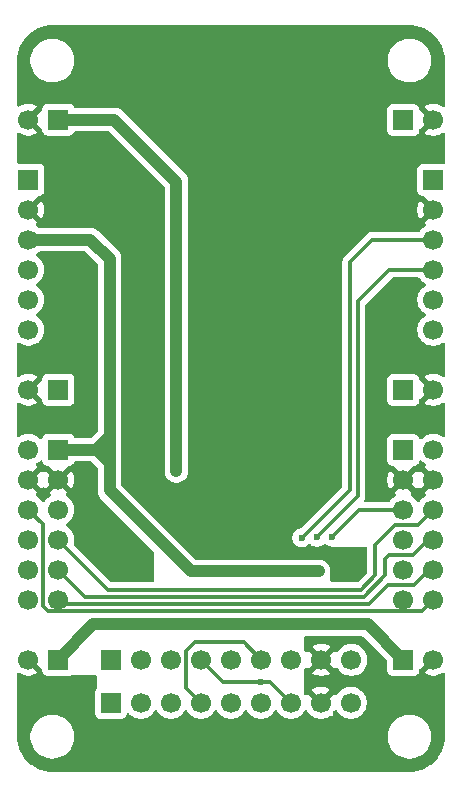
<source format=gbr>
%TF.GenerationSoftware,KiCad,Pcbnew,9.0.4*%
%TF.CreationDate,2025-10-07T14:59:10+07:00*%
%TF.ProjectId,pic0rick_Adapter,70696330-7269-4636-9b5f-416461707465,rev?*%
%TF.SameCoordinates,PX7641700PY7088980*%
%TF.FileFunction,Copper,L2,Bot*%
%TF.FilePolarity,Positive*%
%FSLAX46Y46*%
G04 Gerber Fmt 4.6, Leading zero omitted, Abs format (unit mm)*
G04 Created by KiCad (PCBNEW 9.0.4) date 2025-10-07 14:59:10*
%MOMM*%
%LPD*%
G01*
G04 APERTURE LIST*
%TA.AperFunction,ComponentPad*%
%ADD10R,1.700000X1.700000*%
%TD*%
%TA.AperFunction,ComponentPad*%
%ADD11C,1.700000*%
%TD*%
%TA.AperFunction,ViaPad*%
%ADD12C,0.600000*%
%TD*%
%TA.AperFunction,Conductor*%
%ADD13C,0.300000*%
%TD*%
%TA.AperFunction,Conductor*%
%ADD14C,1.000000*%
%TD*%
G04 APERTURE END LIST*
D10*
%TO.P,J5,1,Pin_1*%
%TO.N,+5V*%
X33210000Y28120000D03*
D11*
%TO.P,J5,2,Pin_2*%
%TO.N,GND*%
X35750000Y28120000D03*
%TD*%
D10*
%TO.P,J11,1,Pin_1*%
%TO.N,unconnected-(J1-Pin_1-Pad1)*%
X8500000Y5250000D03*
D11*
%TO.P,J11,2,Pin_2*%
%TO.N,GPIO20*%
X11040000Y5250000D03*
%TO.P,J11,3,Pin_3*%
%TO.N,GPIO19*%
X13579999Y5250000D03*
%TO.P,J11,4,Pin_4*%
%TO.N,GPIO21*%
X16120000Y5250000D03*
%TO.P,J11,5,Pin_5*%
%TO.N,GPIO17*%
X18660000Y5250000D03*
%TO.P,J11,6,Pin_6*%
%TO.N,GPIO18*%
X21200000Y5250000D03*
%TO.P,J11,7,Pin_7*%
%TO.N,GPIO16*%
X23740000Y5250000D03*
%TO.P,J11,8,Pin_8*%
%TO.N,GND*%
X26280001Y5250000D03*
%TO.P,J11,9,Pin_9*%
%TO.N,+3.3V*%
X28820000Y5250000D03*
%TD*%
D10*
%TO.P,J1,1,Pin_1*%
%TO.N,unconnected-(J1-Pin_1-Pad1)*%
X8450000Y1625000D03*
D11*
%TO.P,J1,2,Pin_2*%
%TO.N,GPIO20*%
X10990000Y1625000D03*
%TO.P,J1,3,Pin_3*%
%TO.N,GPIO19*%
X13529999Y1625000D03*
%TO.P,J1,4,Pin_4*%
%TO.N,GPIO18*%
X16070000Y1625000D03*
%TO.P,J1,5,Pin_5*%
%TO.N,GPIO17*%
X18610000Y1625000D03*
%TO.P,J1,6,Pin_6*%
%TO.N,GPIO16*%
X21150000Y1625000D03*
%TO.P,J1,7,Pin_7*%
%TO.N,GPIO21*%
X23690000Y1625000D03*
%TO.P,J1,8,Pin_8*%
%TO.N,GND*%
X26230001Y1625000D03*
%TO.P,J1,9,Pin_9*%
%TO.N,+3.3V*%
X28770000Y1625000D03*
%TD*%
D10*
%TO.P,J10,1,Pin_1*%
%TO.N,+5V*%
X4000000Y5270000D03*
D11*
%TO.P,J10,2,Pin_2*%
%TO.N,GND*%
X1460000Y5270000D03*
%TD*%
D10*
%TO.P,J4,1,Pin_1*%
%TO.N,+3.3V*%
X1460000Y45910000D03*
D11*
%TO.P,J4,2,Pin_2*%
%TO.N,GND*%
X1460000Y43370000D03*
%TO.P,J4,3,Pin_3*%
%TO.N,+3.3V*%
X1460000Y40830001D03*
%TO.P,J4,4,Pin_4*%
%TO.N,GPIO12*%
X1460000Y38290000D03*
%TO.P,J4,5,Pin_5*%
%TO.N,unconnected-(J4-Pin_5-Pad5)*%
X1460000Y35750000D03*
%TO.P,J4,6,Pin_6*%
%TO.N,GPIO11*%
X1460000Y33210000D03*
%TD*%
D10*
%TO.P,J7,1,Pin_1*%
%TO.N,+5V*%
X33210000Y50980000D03*
D11*
%TO.P,J7,2,Pin_2*%
%TO.N,GND*%
X35750000Y50980000D03*
%TD*%
D10*
%TO.P,J3,1,Pin_1*%
%TO.N,+3.3V*%
X35750000Y45900000D03*
D11*
%TO.P,J3,2,Pin_2*%
%TO.N,GND*%
X35750000Y43360000D03*
%TO.P,J3,3,Pin_3*%
%TO.N,GPIO17*%
X35750000Y40820001D03*
%TO.P,J3,4,Pin_4*%
%TO.N,GPIO16*%
X35750000Y38280000D03*
%TO.P,J3,5,Pin_5*%
%TO.N,GPIO12*%
X35750000Y35740000D03*
%TO.P,J3,6,Pin_6*%
%TO.N,GPIO11*%
X35750000Y33200000D03*
%TD*%
D10*
%TO.P,J9,1,Pin_1*%
%TO.N,+5V*%
X4000000Y28130000D03*
D11*
%TO.P,J9,2,Pin_2*%
%TO.N,GND*%
X1460000Y28130000D03*
%TD*%
D10*
%TO.P,J12,1,Pin_1*%
%TO.N,+5V*%
X4000000Y51000000D03*
D11*
%TO.P,J12,2,Pin_2*%
%TO.N,GND*%
X1460000Y51000000D03*
%TD*%
D10*
%TO.P,J6,1,Pin_1*%
%TO.N,+3.3V*%
X33210000Y23039999D03*
D11*
%TO.P,J6,2,Pin_2*%
X35750000Y23039999D03*
%TO.P,J6,3,Pin_3*%
%TO.N,GND*%
X33210000Y20499999D03*
%TO.P,J6,4,Pin_4*%
X35750000Y20499999D03*
%TO.P,J6,5,Pin_5*%
%TO.N,GPIO21*%
X33210000Y17960000D03*
%TO.P,J6,6,Pin_6*%
%TO.N,GPIO28*%
X35750000Y17959999D03*
%TO.P,J6,7,Pin_7*%
%TO.N,GPIO20*%
X33210000Y15419999D03*
%TO.P,J6,8,Pin_8*%
%TO.N,GPIO27*%
X35750000Y15419999D03*
%TO.P,J6,9,Pin_9*%
%TO.N,GPIO19*%
X33210000Y12879999D03*
%TO.P,J6,10,Pin_10*%
%TO.N,GPIO26*%
X35750000Y12879999D03*
%TO.P,J6,11,Pin_11*%
%TO.N,GPIO18*%
X33210000Y10339999D03*
%TO.P,J6,12,Pin_12*%
%TO.N,GPIO22*%
X35750000Y10339999D03*
%TD*%
D10*
%TO.P,J2,1,Pin_1*%
%TO.N,+5V*%
X33210000Y5270000D03*
D11*
%TO.P,J2,2,Pin_2*%
%TO.N,GND*%
X35750000Y5270000D03*
%TD*%
D10*
%TO.P,J8,1,Pin_1*%
%TO.N,+3.3V*%
X4000000Y23050000D03*
D11*
%TO.P,J8,2,Pin_2*%
X1460000Y23050000D03*
%TO.P,J8,3,Pin_3*%
%TO.N,GND*%
X4000000Y20510000D03*
%TO.P,J8,4,Pin_4*%
X1460000Y20510000D03*
%TO.P,J8,5,Pin_5*%
%TO.N,unconnected-(J8-Pin_5-Pad5)*%
X4000000Y17970000D03*
%TO.P,J8,6,Pin_6*%
%TO.N,GPIO22*%
X1460000Y17970000D03*
%TO.P,J8,7,Pin_7*%
%TO.N,GPIO28*%
X4000000Y15430000D03*
%TO.P,J8,8,Pin_8*%
%TO.N,unconnected-(J8-Pin_8-Pad8)*%
X1460000Y15430000D03*
%TO.P,J8,9,Pin_9*%
%TO.N,GPIO27*%
X4000000Y12890000D03*
%TO.P,J8,10,Pin_10*%
%TO.N,unconnected-(J8-Pin_10-Pad10)*%
X1460000Y12890000D03*
%TO.P,J8,11,Pin_11*%
%TO.N,GPIO26*%
X4000000Y10350000D03*
%TO.P,J8,12,Pin_12*%
%TO.N,unconnected-(J8-Pin_12-Pad12)*%
X1460000Y10350000D03*
%TD*%
D12*
%TO.N,GPIO21*%
X21200000Y3400000D03*
%TO.N,GND*%
X22500000Y44250000D03*
X4000000Y1250000D03*
X27250000Y36750000D03*
X21250000Y42750000D03*
X7250000Y13750000D03*
X10000000Y42750000D03*
X5750000Y47750000D03*
X3500000Y39250000D03*
X19250000Y19500000D03*
X28250000Y47500000D03*
X33250000Y44250000D03*
X27500000Y49500000D03*
X12250000Y35000000D03*
X8250000Y43500000D03*
X9250000Y16250000D03*
X27500000Y14250000D03*
X25500000Y52750000D03*
X6500000Y21250000D03*
X6500000Y26000000D03*
X16000000Y43500000D03*
X25000000Y37500000D03*
X26750000Y26250000D03*
X33500000Y35500000D03*
X29500000Y42000000D03*
X30500000Y30000000D03*
X10250000Y37000000D03*
X29250000Y44250000D03*
X19000000Y52750000D03*
X29000000Y52500000D03*
X6250000Y35750000D03*
X14750000Y47750000D03*
X18250000Y22500000D03*
X25500000Y41250000D03*
X28250000Y12250000D03*
X31250000Y1250000D03*
X33750000Y1250000D03*
X12250000Y37000000D03*
X31250000Y35000000D03*
X12250000Y52750000D03*
X22750000Y40500000D03*
X16750000Y42750000D03*
X19250000Y26250000D03*
X9500000Y52750000D03*
X10750000Y14000000D03*
X28250000Y40500000D03*
X10250000Y32000000D03*
X5750000Y49250000D03*
X12000000Y32000000D03*
X6750000Y31750000D03*
X6750000Y52750000D03*
X27250000Y13250000D03*
X12000000Y44250000D03*
X21500000Y22500000D03*
X15750000Y44500000D03*
X18750000Y47500000D03*
X7750000Y15750000D03*
X31250000Y53000000D03*
X7750000Y44500000D03*
X22000000Y18000000D03*
X19500000Y15500000D03*
X23250000Y47500000D03*
X8750000Y13750000D03*
X16000000Y39000000D03*
X15750000Y22500000D03*
X15500000Y42500000D03*
X13250000Y49500000D03*
X32250000Y37000000D03*
X6750000Y30000000D03*
X8750000Y42500000D03*
X16000000Y49250000D03*
X29250000Y12500000D03*
X15750000Y19750000D03*
X30750000Y26250000D03*
X27250000Y39000000D03*
X19750000Y35000000D03*
X30500000Y49500000D03*
X5750000Y39250000D03*
X30750000Y31500000D03*
X10500000Y43500000D03*
X17750000Y44000000D03*
X27000000Y31000000D03*
X22750000Y20250000D03*
X36000000Y1250000D03*
X16250000Y36750000D03*
X6000000Y2750000D03*
X16000000Y30750000D03*
X9750000Y47250000D03*
X17250000Y14300000D03*
X23500000Y31000000D03*
X12250000Y39250000D03*
X34000000Y37000000D03*
X18500000Y30750000D03*
X19750000Y37500000D03*
X16000000Y35000000D03*
X18750000Y39250000D03*
X16000000Y17500000D03*
X16250000Y26250000D03*
X36000000Y52750000D03*
X9000000Y12250000D03*
X32000000Y47500000D03*
X8000000Y49250000D03*
X12250000Y42750000D03*
X15250000Y52750000D03*
X28250000Y13250000D03*
X27000000Y35000000D03*
X20000000Y49500000D03*
X22250000Y52750000D03*
X1250000Y1250000D03*
X12500000Y29750000D03*
X23500000Y26250000D03*
X23250000Y35000000D03*
X25500000Y44250000D03*
X10000000Y39250000D03*
X6750000Y16750000D03*
X22500000Y37750000D03*
X23750000Y49500000D03*
X20000000Y40750000D03*
%TO.N,+5V*%
X14000000Y28150000D03*
X14000000Y21250000D03*
%TO.N,GPIO16*%
X25900000Y15625000D03*
%TO.N,+3.3V*%
X26050000Y12750000D03*
%TO.N,GPIO17*%
X24625000Y15600000D03*
%TO.N,GPIO21*%
X27175000Y15650000D03*
%TD*%
D13*
%TO.N,GPIO21*%
X29460000Y17960000D02*
X33210000Y17960000D01*
X27175000Y15650000D02*
X27175000Y15675000D01*
X27175000Y15675000D02*
X29460000Y17960000D01*
%TO.N,GPIO16*%
X32030000Y38280000D02*
X35750000Y38280000D01*
X29350000Y19100000D02*
X29350000Y35600000D01*
X25900000Y15650000D02*
X29350000Y19100000D01*
X25900000Y15625000D02*
X25900000Y15650000D01*
X29350000Y35600000D02*
X32030000Y38280000D01*
%TO.N,GPIO17*%
X30570001Y40820001D02*
X35750000Y40820001D01*
X28700000Y38950000D02*
X30570001Y40820001D01*
X24650000Y15600000D02*
X28700000Y19650000D01*
X24625000Y15600000D02*
X24650000Y15600000D01*
X28700000Y19650000D02*
X28700000Y38950000D01*
%TO.N,GPIO18*%
X14850000Y2845000D02*
X16070000Y1625000D01*
X15600000Y6750000D02*
X14850000Y6000000D01*
X19700000Y6750000D02*
X15600000Y6750000D01*
X21200000Y5250000D02*
X19700000Y6750000D01*
X14850000Y6000000D02*
X14850000Y2845000D01*
D14*
%TO.N,+5V*%
X6980000Y8250000D02*
X4000000Y5270000D01*
X30200000Y8250000D02*
X6980000Y8250000D01*
X33180000Y5270000D02*
X30200000Y8250000D01*
X33210000Y5270000D02*
X33180000Y5270000D01*
D13*
%TO.N,GPIO22*%
X2700000Y16730000D02*
X1460000Y17970000D01*
X2700000Y9800000D02*
X2700000Y16730000D01*
X34810001Y9400000D02*
X3100000Y9400000D01*
X35750000Y10339999D02*
X34810001Y9400000D01*
X3100000Y9400000D02*
X2700000Y9800000D01*
%TO.N,GPIO26*%
X35379999Y12879999D02*
X35750000Y12879999D01*
X34100000Y11600000D02*
X35379999Y12879999D01*
X31900000Y11600000D02*
X34100000Y11600000D01*
X4350000Y10000000D02*
X30300000Y10000000D01*
X4000000Y10350000D02*
X4350000Y10000000D01*
X30300000Y10000000D02*
X31900000Y11600000D01*
%TO.N,GPIO27*%
X35319999Y15419999D02*
X35750000Y15419999D01*
X34050000Y14150000D02*
X35319999Y15419999D01*
X32000000Y14150000D02*
X34050000Y14150000D01*
X6290000Y10600000D02*
X29850000Y10600000D01*
X29850000Y10600000D02*
X31675000Y12425000D01*
X4000000Y12890000D02*
X6290000Y10600000D01*
X31675000Y12425000D02*
X31675000Y13825000D01*
X31675000Y13825000D02*
X32000000Y14150000D01*
%TO.N,GPIO28*%
X32550000Y16700000D02*
X34490001Y16700000D01*
X30800000Y14950000D02*
X32550000Y16700000D01*
X34490001Y16700000D02*
X35750000Y17959999D01*
X30800000Y12398528D02*
X30800000Y14950000D01*
X29601472Y11200000D02*
X30800000Y12398528D01*
X4000000Y15430000D02*
X8230000Y11200000D01*
X8230000Y11200000D02*
X29601472Y11200000D01*
D14*
%TO.N,+3.3V*%
X8350000Y19600000D02*
X8350000Y21950000D01*
X15200000Y12750000D02*
X8350000Y19600000D01*
X26050000Y12750000D02*
X15200000Y12750000D01*
D13*
%TO.N,GPIO21*%
X17970000Y3400000D02*
X16120000Y5250000D01*
X21200000Y3400000D02*
X17970000Y3400000D01*
X21915000Y3400000D02*
X23690000Y1625000D01*
X21200000Y3400000D02*
X21915000Y3400000D01*
D14*
%TO.N,+5V*%
X14000000Y21250000D02*
X14000000Y28150000D01*
X14000000Y45750000D02*
X8750000Y51000000D01*
X14000000Y28150000D02*
X14000000Y45750000D01*
X8750000Y51000000D02*
X4000000Y51000000D01*
%TO.N,+3.3V*%
X6719999Y40830001D02*
X1460000Y40830001D01*
X8350000Y24200000D02*
X8350000Y24350000D01*
X8350000Y21950000D02*
X8350000Y23050000D01*
X8350000Y23050000D02*
X8350000Y24350000D01*
X8350000Y39200000D02*
X6719999Y40830001D01*
X7200000Y23050000D02*
X7250000Y23050000D01*
X8350000Y23050000D02*
X7200000Y23050000D01*
X7200000Y23050000D02*
X4000000Y23050000D01*
X7250000Y23050000D02*
X8350000Y21950000D01*
X8350000Y24350000D02*
X8350000Y39200000D01*
X7200000Y23050000D02*
X8350000Y24200000D01*
%TD*%
%TA.AperFunction,Conductor*%
%TO.N,GND*%
G36*
X29801257Y7229815D02*
G01*
X29821899Y7213181D01*
X31823181Y5211898D01*
X31856666Y5150575D01*
X31859500Y5124217D01*
X31859500Y4372130D01*
X31859501Y4372124D01*
X31865908Y4312517D01*
X31916202Y4177672D01*
X31916206Y4177665D01*
X32002452Y4062456D01*
X32002455Y4062453D01*
X32117664Y3976207D01*
X32117671Y3976203D01*
X32252517Y3925909D01*
X32252516Y3925909D01*
X32259444Y3925165D01*
X32312127Y3919500D01*
X34107872Y3919501D01*
X34167483Y3925909D01*
X34302331Y3976204D01*
X34417546Y4062454D01*
X34503796Y4177669D01*
X34554091Y4312517D01*
X34560500Y4372127D01*
X34560499Y4382688D01*
X34580179Y4449725D01*
X34596818Y4470374D01*
X35267036Y5140593D01*
X35284075Y5077007D01*
X35349901Y4962993D01*
X35442993Y4869901D01*
X35557007Y4804075D01*
X35620589Y4787038D01*
X34988282Y4154731D01*
X34988282Y4154730D01*
X35042449Y4115376D01*
X35231782Y4018905D01*
X35433870Y3953243D01*
X35643754Y3920000D01*
X35856246Y3920000D01*
X36066127Y3953243D01*
X36066130Y3953243D01*
X36268217Y4018905D01*
X36457557Y4115380D01*
X36552615Y4184442D01*
X36618421Y4207922D01*
X36686475Y4192096D01*
X36735170Y4141991D01*
X36749500Y4084124D01*
X36749500Y-1246753D01*
X36749330Y-1253243D01*
X36733407Y-1557046D01*
X36732050Y-1569953D01*
X36684971Y-1867205D01*
X36682273Y-1879902D01*
X36604374Y-2170623D01*
X36600363Y-2182966D01*
X36492510Y-2463935D01*
X36487231Y-2475793D01*
X36350591Y-2743963D01*
X36344101Y-2755203D01*
X36180187Y-3007608D01*
X36172558Y-3018109D01*
X35983149Y-3252010D01*
X35974464Y-3261655D01*
X35761655Y-3474464D01*
X35752010Y-3483149D01*
X35518109Y-3672558D01*
X35507608Y-3680187D01*
X35255203Y-3844101D01*
X35243963Y-3850591D01*
X34975793Y-3987231D01*
X34963935Y-3992510D01*
X34682966Y-4100363D01*
X34670623Y-4104374D01*
X34379902Y-4182273D01*
X34367205Y-4184971D01*
X34069953Y-4232050D01*
X34057046Y-4233407D01*
X33753244Y-4249330D01*
X33746754Y-4249500D01*
X3503246Y-4249500D01*
X3496756Y-4249330D01*
X3192953Y-4233407D01*
X3180046Y-4232050D01*
X2882794Y-4184971D01*
X2870097Y-4182273D01*
X2579376Y-4104374D01*
X2567033Y-4100363D01*
X2286064Y-3992510D01*
X2274206Y-3987231D01*
X2006036Y-3850591D01*
X1994796Y-3844101D01*
X1742391Y-3680187D01*
X1731890Y-3672558D01*
X1497989Y-3483149D01*
X1488344Y-3474464D01*
X1275535Y-3261655D01*
X1266850Y-3252010D01*
X1077441Y-3018109D01*
X1069812Y-3007608D01*
X1008517Y-2913222D01*
X905896Y-2755199D01*
X899408Y-2743963D01*
X762768Y-2475793D01*
X757489Y-2463935D01*
X686994Y-2280289D01*
X649635Y-2182965D01*
X645625Y-2170623D01*
X644626Y-2166895D01*
X567724Y-1879896D01*
X565028Y-1867205D01*
X561685Y-1846100D01*
X517949Y-1569953D01*
X516592Y-1557046D01*
X500670Y-1253243D01*
X500500Y-1246753D01*
X500500Y-1128711D01*
X1649500Y-1128711D01*
X1649500Y-1371288D01*
X1681161Y-1611785D01*
X1743947Y-1846104D01*
X1757947Y-1879902D01*
X1836776Y-2070212D01*
X1958064Y-2280289D01*
X1958066Y-2280292D01*
X1958067Y-2280293D01*
X2105733Y-2472736D01*
X2105739Y-2472743D01*
X2277256Y-2644260D01*
X2277262Y-2644265D01*
X2469711Y-2791936D01*
X2679788Y-2913224D01*
X2903900Y-3006054D01*
X3138211Y-3068838D01*
X3318586Y-3092584D01*
X3378711Y-3100500D01*
X3378712Y-3100500D01*
X3621289Y-3100500D01*
X3669388Y-3094167D01*
X3861789Y-3068838D01*
X4096100Y-3006054D01*
X4320212Y-2913224D01*
X4530289Y-2791936D01*
X4722738Y-2644265D01*
X4894265Y-2472738D01*
X5041936Y-2280289D01*
X5163224Y-2070212D01*
X5256054Y-1846100D01*
X5318838Y-1611789D01*
X5350500Y-1371288D01*
X5350500Y-1128712D01*
X5350500Y-1128711D01*
X31899500Y-1128711D01*
X31899500Y-1371288D01*
X31931161Y-1611785D01*
X31993947Y-1846104D01*
X32007947Y-1879902D01*
X32086776Y-2070212D01*
X32208064Y-2280289D01*
X32208066Y-2280292D01*
X32208067Y-2280293D01*
X32355733Y-2472736D01*
X32355739Y-2472743D01*
X32527256Y-2644260D01*
X32527262Y-2644265D01*
X32719711Y-2791936D01*
X32929788Y-2913224D01*
X33153900Y-3006054D01*
X33388211Y-3068838D01*
X33568586Y-3092584D01*
X33628711Y-3100500D01*
X33628712Y-3100500D01*
X33871289Y-3100500D01*
X33919388Y-3094167D01*
X34111789Y-3068838D01*
X34346100Y-3006054D01*
X34570212Y-2913224D01*
X34780289Y-2791936D01*
X34972738Y-2644265D01*
X35144265Y-2472738D01*
X35291936Y-2280289D01*
X35413224Y-2070212D01*
X35506054Y-1846100D01*
X35568838Y-1611789D01*
X35600500Y-1371288D01*
X35600500Y-1128712D01*
X35568838Y-888211D01*
X35506054Y-653900D01*
X35413224Y-429788D01*
X35291936Y-219711D01*
X35144265Y-27262D01*
X35144260Y-27256D01*
X34972743Y144261D01*
X34972736Y144267D01*
X34780293Y291933D01*
X34780292Y291934D01*
X34780289Y291936D01*
X34570212Y413224D01*
X34570205Y413227D01*
X34346104Y506053D01*
X34111785Y568839D01*
X33871289Y600500D01*
X33871288Y600500D01*
X33628712Y600500D01*
X33628711Y600500D01*
X33388214Y568839D01*
X33153895Y506053D01*
X32929794Y413227D01*
X32929785Y413223D01*
X32719706Y291933D01*
X32527263Y144267D01*
X32527256Y144261D01*
X32355739Y-27256D01*
X32355733Y-27263D01*
X32208067Y-219706D01*
X32086777Y-429785D01*
X32086773Y-429794D01*
X31993947Y-653895D01*
X31931161Y-888214D01*
X31899500Y-1128711D01*
X5350500Y-1128711D01*
X5318838Y-888211D01*
X5256054Y-653900D01*
X5163224Y-429788D01*
X5041936Y-219711D01*
X4894265Y-27262D01*
X4894260Y-27256D01*
X4722743Y144261D01*
X4722736Y144267D01*
X4530293Y291933D01*
X4530292Y291934D01*
X4530289Y291936D01*
X4320212Y413224D01*
X4320205Y413227D01*
X4096104Y506053D01*
X3861785Y568839D01*
X3621289Y600500D01*
X3621288Y600500D01*
X3378712Y600500D01*
X3378711Y600500D01*
X3138214Y568839D01*
X2903895Y506053D01*
X2679794Y413227D01*
X2679785Y413223D01*
X2469706Y291933D01*
X2277263Y144267D01*
X2277256Y144261D01*
X2105739Y-27256D01*
X2105733Y-27263D01*
X1958067Y-219706D01*
X1836777Y-429785D01*
X1836773Y-429794D01*
X1743947Y-653895D01*
X1681161Y-888214D01*
X1649500Y-1128711D01*
X500500Y-1128711D01*
X500500Y4055063D01*
X520185Y4122102D01*
X572989Y4167857D01*
X642147Y4177801D01*
X697386Y4155381D01*
X752445Y4115378D01*
X941782Y4018905D01*
X1143870Y3953243D01*
X1353754Y3920000D01*
X1566246Y3920000D01*
X1776127Y3953243D01*
X1776130Y3953243D01*
X1978217Y4018905D01*
X2167554Y4115378D01*
X2221716Y4154730D01*
X2221717Y4154730D01*
X1589409Y4787038D01*
X1652993Y4804075D01*
X1767007Y4869901D01*
X1860099Y4962993D01*
X1925925Y5077007D01*
X1942962Y5140591D01*
X2613181Y4470372D01*
X2646666Y4409049D01*
X2649500Y4382700D01*
X2649500Y4372135D01*
X2649501Y4372124D01*
X2655908Y4312517D01*
X2706202Y4177672D01*
X2706206Y4177665D01*
X2792452Y4062456D01*
X2792455Y4062453D01*
X2907664Y3976207D01*
X2907671Y3976203D01*
X3042517Y3925909D01*
X3042516Y3925909D01*
X3049444Y3925165D01*
X3102127Y3919500D01*
X4897872Y3919501D01*
X4957483Y3925909D01*
X5092331Y3976204D01*
X5092336Y3976209D01*
X5100109Y3980452D01*
X5100933Y3978943D01*
X5156543Y3999684D01*
X5165389Y4000000D01*
X7126000Y4000000D01*
X7193039Y3980315D01*
X7238794Y3927511D01*
X7250000Y3876000D01*
X7250000Y2883898D01*
X7230315Y2816859D01*
X7225267Y2809587D01*
X7156203Y2717331D01*
X7156202Y2717329D01*
X7105908Y2582483D01*
X7099501Y2522884D01*
X7099500Y2522865D01*
X7099500Y727130D01*
X7099501Y727124D01*
X7105908Y667517D01*
X7156202Y532672D01*
X7156206Y532665D01*
X7242452Y417456D01*
X7242455Y417453D01*
X7357664Y331207D01*
X7357671Y331203D01*
X7492517Y280909D01*
X7492516Y280909D01*
X7499444Y280165D01*
X7552127Y274500D01*
X9347872Y274501D01*
X9407483Y280909D01*
X9542331Y331204D01*
X9657546Y417454D01*
X9743796Y532669D01*
X9792810Y664084D01*
X9834681Y720016D01*
X9900145Y744434D01*
X9968418Y729583D01*
X9996673Y708431D01*
X10110213Y594891D01*
X10282179Y469952D01*
X10282181Y469951D01*
X10282184Y469949D01*
X10471588Y373443D01*
X10673757Y307754D01*
X10883713Y274500D01*
X10883714Y274500D01*
X11096286Y274500D01*
X11096287Y274500D01*
X11306243Y307754D01*
X11508412Y373443D01*
X11697816Y469949D01*
X11784138Y532665D01*
X11869786Y594891D01*
X11869788Y594894D01*
X11869792Y594896D01*
X12020104Y745208D01*
X12020106Y745212D01*
X12020109Y745214D01*
X12145048Y917180D01*
X12145050Y917183D01*
X12145051Y917184D01*
X12149512Y925942D01*
X12197483Y976738D01*
X12265303Y993536D01*
X12331440Y971002D01*
X12370483Y925946D01*
X12374948Y917183D01*
X12499889Y745214D01*
X12650212Y594891D01*
X12822178Y469952D01*
X12822180Y469951D01*
X12822183Y469949D01*
X13011587Y373443D01*
X13213756Y307754D01*
X13423712Y274500D01*
X13423713Y274500D01*
X13636285Y274500D01*
X13636286Y274500D01*
X13846242Y307754D01*
X14048411Y373443D01*
X14237815Y469949D01*
X14324137Y532665D01*
X14409785Y594891D01*
X14409787Y594894D01*
X14409791Y594896D01*
X14560103Y745208D01*
X14560105Y745212D01*
X14560108Y745214D01*
X14685047Y917179D01*
X14685187Y917453D01*
X14689512Y925944D01*
X14737483Y976740D01*
X14805303Y993538D01*
X14871439Y971004D01*
X14910483Y925948D01*
X14914949Y917183D01*
X15039890Y745214D01*
X15190213Y594891D01*
X15362179Y469952D01*
X15362181Y469951D01*
X15362184Y469949D01*
X15551588Y373443D01*
X15753757Y307754D01*
X15963713Y274500D01*
X15963714Y274500D01*
X16176286Y274500D01*
X16176287Y274500D01*
X16386243Y307754D01*
X16588412Y373443D01*
X16777816Y469949D01*
X16864138Y532665D01*
X16949786Y594891D01*
X16949788Y594894D01*
X16949792Y594896D01*
X17100104Y745208D01*
X17100106Y745212D01*
X17100109Y745214D01*
X17225048Y917180D01*
X17225050Y917183D01*
X17225051Y917184D01*
X17229514Y925946D01*
X17277488Y976741D01*
X17345308Y993537D01*
X17411444Y971001D01*
X17450484Y925946D01*
X17454591Y917885D01*
X17454951Y917180D01*
X17579890Y745214D01*
X17730213Y594891D01*
X17902179Y469952D01*
X17902181Y469951D01*
X17902184Y469949D01*
X18091588Y373443D01*
X18293757Y307754D01*
X18503713Y274500D01*
X18503714Y274500D01*
X18716286Y274500D01*
X18716287Y274500D01*
X18926243Y307754D01*
X19128412Y373443D01*
X19317816Y469949D01*
X19404138Y532665D01*
X19489786Y594891D01*
X19489788Y594894D01*
X19489792Y594896D01*
X19640104Y745208D01*
X19640106Y745212D01*
X19640109Y745214D01*
X19765048Y917180D01*
X19765050Y917183D01*
X19765051Y917184D01*
X19769514Y925946D01*
X19817488Y976741D01*
X19885308Y993537D01*
X19951444Y971001D01*
X19990484Y925946D01*
X19994591Y917885D01*
X19994951Y917180D01*
X20119890Y745214D01*
X20270213Y594891D01*
X20442179Y469952D01*
X20442181Y469951D01*
X20442184Y469949D01*
X20631588Y373443D01*
X20833757Y307754D01*
X21043713Y274500D01*
X21043714Y274500D01*
X21256286Y274500D01*
X21256287Y274500D01*
X21466243Y307754D01*
X21668412Y373443D01*
X21857816Y469949D01*
X21944138Y532665D01*
X22029786Y594891D01*
X22029788Y594894D01*
X22029792Y594896D01*
X22180104Y745208D01*
X22180106Y745212D01*
X22180109Y745214D01*
X22305048Y917180D01*
X22305050Y917183D01*
X22305051Y917184D01*
X22309514Y925946D01*
X22357488Y976741D01*
X22425308Y993537D01*
X22491444Y971001D01*
X22530484Y925946D01*
X22534591Y917885D01*
X22534951Y917180D01*
X22659890Y745214D01*
X22810213Y594891D01*
X22982179Y469952D01*
X22982181Y469951D01*
X22982184Y469949D01*
X23171588Y373443D01*
X23373757Y307754D01*
X23583713Y274500D01*
X23583714Y274500D01*
X23796286Y274500D01*
X23796287Y274500D01*
X24006243Y307754D01*
X24208412Y373443D01*
X24397816Y469949D01*
X24484138Y532665D01*
X24569786Y594891D01*
X24569788Y594894D01*
X24569792Y594896D01*
X24720104Y745208D01*
X24720106Y745212D01*
X24720109Y745214D01*
X24845048Y917180D01*
X24845050Y917183D01*
X24845051Y917184D01*
X24849795Y926496D01*
X24897767Y977292D01*
X24965587Y994089D01*
X25031723Y971554D01*
X25070766Y926497D01*
X25075374Y917453D01*
X25114729Y863284D01*
X25125000Y873555D01*
X25125000Y825000D01*
X25475000Y475000D01*
X25544051Y475000D01*
X25564368Y449017D01*
X25711783Y373905D01*
X25913871Y308243D01*
X26123755Y275000D01*
X26336247Y275000D01*
X26546128Y308243D01*
X26546131Y308243D01*
X26748218Y373905D01*
X26920103Y461485D01*
X26976398Y475000D01*
X27034446Y475000D01*
X27275000Y475000D01*
X27275000Y933554D01*
X27345271Y863283D01*
X27345271Y863284D01*
X27384624Y917447D01*
X27389231Y926489D01*
X27437202Y977288D01*
X27505022Y994088D01*
X27571158Y971554D01*
X27610202Y926499D01*
X27614949Y917183D01*
X27739890Y745214D01*
X27890213Y594891D01*
X28062179Y469952D01*
X28062181Y469951D01*
X28062184Y469949D01*
X28251588Y373443D01*
X28453757Y307754D01*
X28663713Y274500D01*
X28663714Y274500D01*
X28876286Y274500D01*
X28876287Y274500D01*
X29086243Y307754D01*
X29288412Y373443D01*
X29477816Y469949D01*
X29564138Y532665D01*
X29649786Y594891D01*
X29649788Y594894D01*
X29649792Y594896D01*
X29800104Y745208D01*
X29800106Y745212D01*
X29800109Y745214D01*
X29925048Y917180D01*
X29925050Y917183D01*
X29925051Y917184D01*
X30021557Y1106588D01*
X30087246Y1308757D01*
X30120500Y1518713D01*
X30120500Y1731287D01*
X30087246Y1941243D01*
X30021557Y2143412D01*
X29925051Y2332816D01*
X29925049Y2332819D01*
X29925048Y2332821D01*
X29800109Y2504787D01*
X29649786Y2655110D01*
X29477820Y2780049D01*
X29288414Y2876556D01*
X29288413Y2876557D01*
X29288412Y2876557D01*
X29086243Y2942246D01*
X29086241Y2942247D01*
X29086240Y2942247D01*
X28924957Y2967792D01*
X28876287Y2975500D01*
X28663713Y2975500D01*
X28615042Y2967792D01*
X28453760Y2942247D01*
X28251585Y2876556D01*
X28062179Y2780049D01*
X27890213Y2655110D01*
X27739890Y2504787D01*
X27614950Y2332819D01*
X27610201Y2323499D01*
X27562223Y2272706D01*
X27494402Y2255914D01*
X27428268Y2278455D01*
X27389232Y2323509D01*
X27384625Y2332551D01*
X27345271Y2386718D01*
X27345270Y2386718D01*
X26712963Y1754410D01*
X26695926Y1817993D01*
X26630100Y1932007D01*
X26537008Y2025099D01*
X26422994Y2090925D01*
X26359410Y2107963D01*
X26991717Y2740272D01*
X26937551Y2779625D01*
X26748218Y2876096D01*
X26546130Y2941758D01*
X26336247Y2975000D01*
X26123755Y2975000D01*
X25913873Y2941758D01*
X25913870Y2941758D01*
X25711783Y2876096D01*
X25522440Y2779620D01*
X25468283Y2740273D01*
X25468283Y2740272D01*
X26100592Y2107963D01*
X26037008Y2090925D01*
X25922994Y2025099D01*
X25829902Y1932007D01*
X25764076Y1817993D01*
X25747038Y1754409D01*
X25114729Y2386718D01*
X25114728Y2386718D01*
X25075381Y2332560D01*
X25070763Y2323497D01*
X25066793Y2319295D01*
X25065216Y2313732D01*
X25043067Y2294177D01*
X25022785Y2272704D01*
X25017174Y2271315D01*
X25012840Y2267488D01*
X24983638Y2263012D01*
X24954964Y2255912D01*
X24949491Y2257778D01*
X24943777Y2256901D01*
X24916794Y2268922D01*
X24888830Y2278453D01*
X24883858Y2283595D01*
X24879954Y2285334D01*
X24870024Y2297902D01*
X24856594Y2311791D01*
X24852873Y2317464D01*
X24845051Y2332816D01*
X24821944Y2364621D01*
X24820313Y2367107D01*
X24810984Y2397815D01*
X24800202Y2428037D01*
X24800035Y2433859D01*
X24800005Y2433960D01*
X24800030Y2434050D01*
X24800000Y2435114D01*
X24800000Y4371068D01*
X24819685Y4438107D01*
X24823662Y4443926D01*
X24895051Y4542184D01*
X24899795Y4551496D01*
X24947767Y4602292D01*
X25015587Y4619089D01*
X25081723Y4596554D01*
X25120766Y4551497D01*
X25125374Y4542453D01*
X25164729Y4488284D01*
X25797038Y5120592D01*
X25814076Y5057007D01*
X25879902Y4942993D01*
X25972994Y4849901D01*
X26087008Y4784075D01*
X26150591Y4767038D01*
X25518283Y4134731D01*
X25518283Y4134730D01*
X25572450Y4095376D01*
X25761783Y3998905D01*
X25963871Y3933243D01*
X26173755Y3900000D01*
X26386247Y3900000D01*
X26596128Y3933243D01*
X26596131Y3933243D01*
X26798218Y3998905D01*
X26987555Y4095378D01*
X27041717Y4134730D01*
X27041718Y4134730D01*
X26409409Y4767038D01*
X26472994Y4784075D01*
X26587008Y4849901D01*
X26680100Y4942993D01*
X26745926Y5057007D01*
X26762963Y5120592D01*
X27395271Y4488283D01*
X27395271Y4488284D01*
X27434624Y4542447D01*
X27439231Y4551489D01*
X27487202Y4602288D01*
X27555022Y4619088D01*
X27621158Y4596554D01*
X27660202Y4551499D01*
X27664949Y4542183D01*
X27789890Y4370214D01*
X27940213Y4219891D01*
X28112179Y4094952D01*
X28112181Y4094951D01*
X28112184Y4094949D01*
X28301588Y3998443D01*
X28503757Y3932754D01*
X28713713Y3899500D01*
X28713714Y3899500D01*
X28926286Y3899500D01*
X28926287Y3899500D01*
X29136243Y3932754D01*
X29338412Y3998443D01*
X29527816Y4094949D01*
X29610098Y4154730D01*
X29699786Y4219891D01*
X29699788Y4219894D01*
X29699792Y4219896D01*
X29850104Y4370208D01*
X29850106Y4370212D01*
X29850109Y4370214D01*
X29975048Y4542180D01*
X29975050Y4542183D01*
X29975051Y4542184D01*
X30071557Y4731588D01*
X30137246Y4933757D01*
X30170500Y5143713D01*
X30170500Y5356287D01*
X30137246Y5566243D01*
X30071557Y5768412D01*
X29975051Y5957816D01*
X29975049Y5957819D01*
X29975048Y5957821D01*
X29850109Y6129787D01*
X29699786Y6280110D01*
X29527820Y6405049D01*
X29338414Y6501556D01*
X29338413Y6501557D01*
X29338412Y6501557D01*
X29136243Y6567246D01*
X29136241Y6567247D01*
X29136240Y6567247D01*
X28974957Y6592792D01*
X28926287Y6600500D01*
X28713713Y6600500D01*
X28674202Y6594243D01*
X28503759Y6567247D01*
X28503760Y6567247D01*
X28301585Y6501556D01*
X28112179Y6405049D01*
X27940213Y6280110D01*
X27789890Y6129787D01*
X27664950Y5957819D01*
X27660201Y5948499D01*
X27612223Y5897706D01*
X27544402Y5880914D01*
X27478268Y5903455D01*
X27439232Y5948509D01*
X27434625Y5957551D01*
X27395271Y6011718D01*
X27395270Y6011718D01*
X26762963Y5379410D01*
X26745926Y5442993D01*
X26680100Y5557007D01*
X26587008Y5650099D01*
X26472994Y5715925D01*
X26409410Y5732963D01*
X27041717Y6365272D01*
X26987551Y6404625D01*
X26798218Y6501096D01*
X26596130Y6566758D01*
X26386247Y6600000D01*
X26173755Y6600000D01*
X25963873Y6566758D01*
X25963870Y6566758D01*
X25761783Y6501096D01*
X25572440Y6404620D01*
X25518283Y6365273D01*
X25518283Y6365272D01*
X26150592Y5732963D01*
X26087008Y5715925D01*
X25972994Y5650099D01*
X25879902Y5557007D01*
X25814076Y5442993D01*
X25797038Y5379409D01*
X25164729Y6011718D01*
X25164728Y6011718D01*
X25125381Y5957560D01*
X25120763Y5948497D01*
X25117961Y5945531D01*
X25116954Y5941577D01*
X25094170Y5920345D01*
X25072785Y5897704D01*
X25068824Y5896724D01*
X25065840Y5893942D01*
X25035197Y5888398D01*
X25004964Y5880912D01*
X25001101Y5882229D01*
X24997087Y5881502D01*
X24968311Y5893405D01*
X24938830Y5903453D01*
X24935211Y5907096D01*
X24932523Y5908208D01*
X24925421Y5916953D01*
X24908460Y5934028D01*
X24903632Y5940973D01*
X24895051Y5957816D01*
X24822958Y6057044D01*
X24822179Y6058165D01*
X24811524Y6090125D01*
X24800202Y6121858D01*
X24800132Y6124294D01*
X24800081Y6124448D01*
X24800123Y6124615D01*
X24800000Y6128935D01*
X24800000Y7125500D01*
X24819685Y7192539D01*
X24872489Y7238294D01*
X24924000Y7249500D01*
X29734218Y7249500D01*
X29801257Y7229815D01*
G37*
%TD.AperFunction*%
%TA.AperFunction,Conductor*%
G36*
X6851257Y22029815D02*
G01*
X6871899Y22013181D01*
X7313181Y21571899D01*
X7346666Y21510576D01*
X7349500Y21484218D01*
X7349500Y19501456D01*
X7387481Y19310512D01*
X7387948Y19308166D01*
X7387948Y19308164D01*
X7463364Y19126093D01*
X7463371Y19126080D01*
X7572860Y18962219D01*
X7572863Y18962215D01*
X7716537Y18818541D01*
X7716559Y18818521D01*
X12063681Y14471399D01*
X12097166Y14410076D01*
X12100000Y14383718D01*
X12100000Y11974500D01*
X12080315Y11907461D01*
X12027511Y11861706D01*
X11976000Y11850500D01*
X8550808Y11850500D01*
X8483769Y11870185D01*
X8463127Y11886819D01*
X5350657Y14999289D01*
X5317172Y15060612D01*
X5317689Y15108755D01*
X5316484Y15108945D01*
X5334203Y15220821D01*
X5350500Y15323713D01*
X5350500Y15536287D01*
X5317246Y15746243D01*
X5251557Y15948412D01*
X5155051Y16137816D01*
X5155049Y16137819D01*
X5155048Y16137821D01*
X5030109Y16309787D01*
X4879786Y16460110D01*
X4707820Y16585049D01*
X4707115Y16585409D01*
X4699054Y16589515D01*
X4648259Y16637488D01*
X4631463Y16705308D01*
X4653999Y16771444D01*
X4699054Y16810485D01*
X4707816Y16814949D01*
X4729789Y16830914D01*
X4879786Y16939891D01*
X4879788Y16939894D01*
X4879792Y16939896D01*
X5030104Y17090208D01*
X5030106Y17090212D01*
X5030109Y17090214D01*
X5155048Y17262180D01*
X5155047Y17262180D01*
X5155051Y17262184D01*
X5251557Y17451588D01*
X5317246Y17653757D01*
X5350500Y17863713D01*
X5350500Y18076287D01*
X5317246Y18286243D01*
X5251557Y18488412D01*
X5155051Y18677816D01*
X5155049Y18677819D01*
X5155048Y18677821D01*
X5030109Y18849787D01*
X4879786Y19000110D01*
X4707817Y19125051D01*
X4698504Y19129796D01*
X4647707Y19177770D01*
X4630912Y19245591D01*
X4653449Y19311726D01*
X4698507Y19350768D01*
X4707555Y19355378D01*
X4761716Y19394730D01*
X4761717Y19394730D01*
X4129408Y20027038D01*
X4192993Y20044075D01*
X4307007Y20109901D01*
X4400099Y20202993D01*
X4465925Y20317007D01*
X4482962Y20380592D01*
X5115270Y19748283D01*
X5115270Y19748284D01*
X5154622Y19802446D01*
X5251095Y19991783D01*
X5316757Y20193870D01*
X5316757Y20193873D01*
X5350000Y20403754D01*
X5350000Y20616247D01*
X5316757Y20826128D01*
X5316757Y20826131D01*
X5251095Y21028218D01*
X5154624Y21217551D01*
X5115270Y21271718D01*
X5115269Y21271718D01*
X4482962Y20639410D01*
X4465925Y20702993D01*
X4400099Y20817007D01*
X4307007Y20910099D01*
X4192993Y20975925D01*
X4129409Y20992963D01*
X4799627Y21663182D01*
X4860950Y21696667D01*
X4887307Y21699501D01*
X4897872Y21699501D01*
X4957483Y21705909D01*
X5092331Y21756204D01*
X5207546Y21842454D01*
X5293796Y21957669D01*
X5297960Y21968835D01*
X5339829Y22024766D01*
X5405293Y22049184D01*
X5414141Y22049500D01*
X6784218Y22049500D01*
X6851257Y22029815D01*
G37*
%TD.AperFunction*%
%TA.AperFunction,Conductor*%
G36*
X33753244Y58999330D02*
G01*
X34057046Y58983408D01*
X34069953Y58982051D01*
X34201089Y58961282D01*
X34367209Y58934972D01*
X34379896Y58932276D01*
X34670625Y58854375D01*
X34682965Y58850365D01*
X34963938Y58742510D01*
X34975790Y58737233D01*
X35243968Y58600589D01*
X35255199Y58594104D01*
X35507608Y58430188D01*
X35518109Y58422559D01*
X35752010Y58233150D01*
X35761655Y58224465D01*
X35974464Y58011656D01*
X35983149Y58002011D01*
X36172558Y57768110D01*
X36180187Y57757609D01*
X36344101Y57505204D01*
X36350591Y57493964D01*
X36487231Y57225794D01*
X36492510Y57213936D01*
X36600363Y56932967D01*
X36604374Y56920624D01*
X36682273Y56629903D01*
X36684971Y56617206D01*
X36732050Y56319954D01*
X36733407Y56307047D01*
X36749330Y56003244D01*
X36749500Y55996754D01*
X36749500Y52165877D01*
X36729815Y52098838D01*
X36677011Y52053083D01*
X36607853Y52043139D01*
X36552615Y52065558D01*
X36457553Y52134624D01*
X36268217Y52231096D01*
X36066129Y52296758D01*
X35856246Y52330000D01*
X35643754Y52330000D01*
X35433872Y52296758D01*
X35433869Y52296758D01*
X35231782Y52231096D01*
X35042439Y52134620D01*
X34988282Y52095273D01*
X34988282Y52095272D01*
X35620591Y51462963D01*
X35557007Y51445925D01*
X35442993Y51380099D01*
X35349901Y51287007D01*
X35284075Y51172993D01*
X35267037Y51109409D01*
X34596818Y51779628D01*
X34563333Y51840951D01*
X34560499Y51867309D01*
X34560499Y51877871D01*
X34560498Y51877877D01*
X34560497Y51877884D01*
X34554091Y51937483D01*
X34553487Y51939102D01*
X34503797Y52072329D01*
X34503793Y52072336D01*
X34417547Y52187545D01*
X34417544Y52187548D01*
X34302335Y52273794D01*
X34302328Y52273798D01*
X34167482Y52324092D01*
X34167483Y52324092D01*
X34107883Y52330499D01*
X34107881Y52330500D01*
X34107873Y52330500D01*
X34107864Y52330500D01*
X32312129Y52330500D01*
X32312123Y52330499D01*
X32252516Y52324092D01*
X32117671Y52273798D01*
X32117664Y52273794D01*
X32002455Y52187548D01*
X32002452Y52187545D01*
X31916206Y52072336D01*
X31916202Y52072329D01*
X31865908Y51937483D01*
X31860441Y51886629D01*
X31859501Y51877877D01*
X31859500Y51877865D01*
X31859500Y50082130D01*
X31859501Y50082124D01*
X31865908Y50022517D01*
X31916202Y49887672D01*
X31916206Y49887665D01*
X32002452Y49772456D01*
X32002455Y49772453D01*
X32117664Y49686207D01*
X32117671Y49686203D01*
X32252517Y49635909D01*
X32252516Y49635909D01*
X32259444Y49635165D01*
X32312127Y49629500D01*
X34107872Y49629501D01*
X34167483Y49635909D01*
X34302331Y49686204D01*
X34417546Y49772454D01*
X34503796Y49887669D01*
X34554091Y50022517D01*
X34560500Y50082127D01*
X34560499Y50092688D01*
X34580179Y50159725D01*
X34596818Y50180374D01*
X35267037Y50850592D01*
X35284075Y50787007D01*
X35349901Y50672993D01*
X35442993Y50579901D01*
X35557007Y50514075D01*
X35620589Y50497038D01*
X34988282Y49864731D01*
X34988282Y49864730D01*
X35042449Y49825376D01*
X35231782Y49728905D01*
X35433870Y49663243D01*
X35643754Y49630000D01*
X35856246Y49630000D01*
X36066127Y49663243D01*
X36066130Y49663243D01*
X36268217Y49728905D01*
X36457557Y49825380D01*
X36552615Y49894442D01*
X36618421Y49917922D01*
X36686475Y49902096D01*
X36735170Y49851991D01*
X36749500Y49794124D01*
X36749500Y47374500D01*
X36729815Y47307461D01*
X36677011Y47261706D01*
X36625500Y47250500D01*
X34852129Y47250500D01*
X34852123Y47250499D01*
X34792516Y47244092D01*
X34657671Y47193798D01*
X34657664Y47193794D01*
X34542455Y47107548D01*
X34542452Y47107545D01*
X34456206Y46992336D01*
X34456202Y46992329D01*
X34405908Y46857483D01*
X34399501Y46797884D01*
X34399500Y46797865D01*
X34399500Y45002130D01*
X34399501Y45002124D01*
X34405908Y44942517D01*
X34456202Y44807672D01*
X34456206Y44807665D01*
X34542452Y44692456D01*
X34542455Y44692453D01*
X34657664Y44606207D01*
X34657671Y44606203D01*
X34702618Y44589439D01*
X34792517Y44555909D01*
X34852127Y44549500D01*
X34862685Y44549501D01*
X34929723Y44529821D01*
X34950372Y44513182D01*
X35620591Y43842963D01*
X35557007Y43825925D01*
X35442993Y43760099D01*
X35349901Y43667007D01*
X35284075Y43552993D01*
X35267037Y43489409D01*
X34634728Y44121718D01*
X34634727Y44121718D01*
X34595380Y44067561D01*
X34498904Y43878218D01*
X34433242Y43676131D01*
X34433242Y43676128D01*
X34400000Y43466247D01*
X34400000Y43253754D01*
X34433242Y43043873D01*
X34433242Y43043870D01*
X34498904Y42841783D01*
X34595375Y42652450D01*
X34634728Y42598284D01*
X35267037Y43230592D01*
X35284075Y43167007D01*
X35349901Y43052993D01*
X35442993Y42959901D01*
X35557007Y42894075D01*
X35620589Y42877038D01*
X34988282Y42244731D01*
X34988282Y42244730D01*
X35042449Y42205376D01*
X35051491Y42200769D01*
X35102289Y42152796D01*
X35119086Y42084975D01*
X35096551Y42018840D01*
X35051501Y41979800D01*
X35042181Y41975051D01*
X34870213Y41850111D01*
X34719890Y41699788D01*
X34592085Y41523876D01*
X34590740Y41524853D01*
X34544295Y41482835D01*
X34490382Y41470501D01*
X30505930Y41470501D01*
X30380262Y41445504D01*
X30380256Y41445502D01*
X30261875Y41396467D01*
X30155327Y41325275D01*
X28194726Y39364674D01*
X28194723Y39364669D01*
X28150538Y39298540D01*
X28137036Y39278334D01*
X28123535Y39258128D01*
X28123533Y39258125D01*
X28074499Y39139745D01*
X28074497Y39139739D01*
X28049500Y39014072D01*
X28049500Y19970809D01*
X28029815Y19903770D01*
X28013181Y19883128D01*
X24553276Y16423224D01*
X24491953Y16389739D01*
X24489787Y16389288D01*
X24391508Y16369739D01*
X24391498Y16369736D01*
X24245827Y16309398D01*
X24245814Y16309391D01*
X24114711Y16221790D01*
X24114707Y16221787D01*
X24003213Y16110293D01*
X24003210Y16110289D01*
X23915609Y15979186D01*
X23915602Y15979173D01*
X23855264Y15833502D01*
X23855261Y15833490D01*
X23824500Y15678847D01*
X23824500Y15521154D01*
X23855261Y15366511D01*
X23855264Y15366499D01*
X23915602Y15220828D01*
X23915609Y15220815D01*
X24003210Y15089712D01*
X24003213Y15089708D01*
X24114707Y14978214D01*
X24114711Y14978211D01*
X24245814Y14890610D01*
X24245827Y14890603D01*
X24345060Y14849500D01*
X24391503Y14830263D01*
X24541131Y14800500D01*
X24546153Y14799501D01*
X24546156Y14799500D01*
X24546158Y14799500D01*
X24703844Y14799500D01*
X24703845Y14799501D01*
X24858497Y14830263D01*
X25004179Y14890606D01*
X25135289Y14978211D01*
X25187320Y15030243D01*
X25248639Y15063726D01*
X25318330Y15058743D01*
X25362680Y15030241D01*
X25389707Y15003214D01*
X25389711Y15003211D01*
X25520814Y14915610D01*
X25520827Y14915603D01*
X25666498Y14855265D01*
X25666503Y14855263D01*
X25792176Y14830265D01*
X25821153Y14824501D01*
X25821156Y14824500D01*
X25821158Y14824500D01*
X25978844Y14824500D01*
X25978845Y14824501D01*
X26133497Y14855263D01*
X26279179Y14915606D01*
X26410289Y15003211D01*
X26462320Y15055243D01*
X26523639Y15088726D01*
X26593330Y15083743D01*
X26637680Y15055241D01*
X26664707Y15028214D01*
X26664711Y15028211D01*
X26795814Y14940610D01*
X26795827Y14940603D01*
X26941498Y14880265D01*
X26941503Y14880263D01*
X27067176Y14855265D01*
X27096153Y14849501D01*
X27096156Y14849500D01*
X27096158Y14849500D01*
X27254832Y14849500D01*
X27265010Y14850000D01*
X30025500Y14850000D01*
X30092539Y14830315D01*
X30138294Y14777511D01*
X30149500Y14726000D01*
X30149500Y12719336D01*
X30129815Y12652297D01*
X30113181Y12631655D01*
X29368345Y11886819D01*
X29307022Y11853334D01*
X29280664Y11850500D01*
X27174000Y11850500D01*
X27106961Y11870185D01*
X27061206Y11922989D01*
X27050000Y11974500D01*
X27050000Y12640292D01*
X27050500Y12650460D01*
X27050500Y12848544D01*
X27012052Y13041830D01*
X27012051Y13041831D01*
X27012051Y13041835D01*
X26950564Y13190280D01*
X26936635Y13223908D01*
X26936628Y13223921D01*
X26827139Y13387782D01*
X26827136Y13387786D01*
X26687785Y13527137D01*
X26687781Y13527140D01*
X26523920Y13636629D01*
X26523907Y13636636D01*
X26341839Y13712050D01*
X26341829Y13712053D01*
X26148543Y13750500D01*
X26148541Y13750500D01*
X15665782Y13750500D01*
X15598743Y13770185D01*
X15578101Y13786819D01*
X9386819Y19978101D01*
X9353334Y20039424D01*
X9350500Y20065782D01*
X9350500Y24101455D01*
X9350501Y24101460D01*
X9350501Y24298541D01*
X9350500Y24298547D01*
X9350500Y24448541D01*
X9350500Y39095325D01*
X9350501Y39095346D01*
X9350501Y39298543D01*
X9350500Y39298545D01*
X9323347Y39435052D01*
X9312052Y39491835D01*
X9236632Y39673914D01*
X9236631Y39673915D01*
X9236628Y39673921D01*
X9127140Y39837781D01*
X9127137Y39837785D01*
X7504208Y41460712D01*
X7504205Y41460716D01*
X7504205Y41460715D01*
X7497138Y41467782D01*
X7497138Y41467783D01*
X7357781Y41607140D01*
X7357780Y41607141D01*
X7357779Y41607142D01*
X7193919Y41716630D01*
X7193910Y41716635D01*
X7121314Y41746705D01*
X7065164Y41769963D01*
X7011835Y41792052D01*
X7011831Y41792053D01*
X7011827Y41792055D01*
X6915187Y41811277D01*
X6818543Y41830501D01*
X6818540Y41830501D01*
X2420200Y41830501D01*
X2353161Y41850186D01*
X2340634Y41859495D01*
X2167817Y41985052D01*
X2158501Y41989799D01*
X2107707Y42037774D01*
X2090913Y42105596D01*
X2113452Y42171730D01*
X2158511Y42210770D01*
X2167553Y42215377D01*
X2221716Y42254730D01*
X2221717Y42254730D01*
X1589409Y42887038D01*
X1652993Y42904075D01*
X1767007Y42969901D01*
X1860099Y43062993D01*
X1925925Y43177007D01*
X1942962Y43240591D01*
X2575270Y42608283D01*
X2575270Y42608284D01*
X2614622Y42662446D01*
X2711095Y42851783D01*
X2776757Y43053870D01*
X2776757Y43053873D01*
X2810000Y43263754D01*
X2810000Y43476247D01*
X2776757Y43686128D01*
X2776757Y43686131D01*
X2711095Y43888218D01*
X2614624Y44077551D01*
X2575270Y44131718D01*
X2575269Y44131718D01*
X1942962Y43499410D01*
X1925925Y43562993D01*
X1860099Y43677007D01*
X1767007Y43770099D01*
X1652993Y43835925D01*
X1589407Y43852964D01*
X2259627Y44523182D01*
X2320950Y44556667D01*
X2347307Y44559501D01*
X2357872Y44559501D01*
X2417483Y44565909D01*
X2552331Y44616204D01*
X2667546Y44702454D01*
X2753796Y44817669D01*
X2804091Y44952517D01*
X2810500Y45012127D01*
X2810499Y46807872D01*
X2804091Y46867483D01*
X2753796Y47002331D01*
X2753795Y47002332D01*
X2753793Y47002336D01*
X2667547Y47117545D01*
X2667544Y47117548D01*
X2552335Y47203794D01*
X2552328Y47203798D01*
X2417482Y47254092D01*
X2417483Y47254092D01*
X2357883Y47260499D01*
X2357881Y47260500D01*
X2357873Y47260500D01*
X2357865Y47260500D01*
X624500Y47260500D01*
X557461Y47280185D01*
X511706Y47332989D01*
X500500Y47384500D01*
X500500Y49785063D01*
X520185Y49852102D01*
X572989Y49897857D01*
X642147Y49907801D01*
X697386Y49885381D01*
X752445Y49845378D01*
X941782Y49748905D01*
X1143870Y49683243D01*
X1353754Y49650000D01*
X1566246Y49650000D01*
X1776127Y49683243D01*
X1776130Y49683243D01*
X1978217Y49748905D01*
X2167554Y49845378D01*
X2221716Y49884730D01*
X2221717Y49884730D01*
X1589409Y50517038D01*
X1652993Y50534075D01*
X1767007Y50599901D01*
X1860099Y50692993D01*
X1925925Y50807007D01*
X1942962Y50870592D01*
X2613181Y50200372D01*
X2646666Y50139049D01*
X2649500Y50112700D01*
X2649500Y50102135D01*
X2649501Y50102124D01*
X2655908Y50042517D01*
X2706202Y49907672D01*
X2706206Y49907665D01*
X2792452Y49792456D01*
X2792455Y49792453D01*
X2907664Y49706207D01*
X2907671Y49706203D01*
X3042517Y49655909D01*
X3042516Y49655909D01*
X3049444Y49655165D01*
X3102127Y49649500D01*
X4897872Y49649501D01*
X4957483Y49655909D01*
X5092331Y49706204D01*
X5207546Y49792454D01*
X5293796Y49907669D01*
X5297960Y49918835D01*
X5339829Y49974766D01*
X5405293Y49999184D01*
X5414141Y49999500D01*
X8284218Y49999500D01*
X8351257Y49979815D01*
X8371899Y49963181D01*
X12963181Y45371899D01*
X12996666Y45310576D01*
X12999500Y45284218D01*
X12999500Y28248541D01*
X12999500Y21151459D01*
X12999500Y21151457D01*
X12999499Y21151457D01*
X13037947Y20958171D01*
X13037950Y20958161D01*
X13113364Y20776093D01*
X13113371Y20776080D01*
X13222860Y20612219D01*
X13222863Y20612215D01*
X13362214Y20472864D01*
X13362218Y20472861D01*
X13526079Y20363372D01*
X13526092Y20363365D01*
X13638012Y20317007D01*
X13708165Y20287949D01*
X13708169Y20287949D01*
X13708170Y20287948D01*
X13901456Y20249500D01*
X13901459Y20249500D01*
X14098543Y20249500D01*
X14251315Y20279889D01*
X14291835Y20287949D01*
X14473914Y20363368D01*
X14637782Y20472861D01*
X14777139Y20612218D01*
X14886632Y20776086D01*
X14962051Y20958165D01*
X14975986Y21028218D01*
X15000500Y21151457D01*
X15000500Y45848544D01*
X14962052Y46041830D01*
X14962051Y46041831D01*
X14962051Y46041835D01*
X14962049Y46041840D01*
X14886635Y46223908D01*
X14886628Y46223921D01*
X14777139Y46387782D01*
X14777136Y46387786D01*
X14634686Y46530236D01*
X14634655Y46530265D01*
X9532054Y51632866D01*
X9527141Y51637779D01*
X9527139Y51637782D01*
X9387782Y51777139D01*
X9376815Y51784467D01*
X9223920Y51886629D01*
X9223907Y51886636D01*
X9097242Y51939102D01*
X9097234Y51939105D01*
X9090120Y51942051D01*
X9041836Y51962051D01*
X8945188Y51981276D01*
X8940801Y51982149D01*
X8940796Y51982150D01*
X8848544Y52000500D01*
X8848541Y52000500D01*
X5414141Y52000500D01*
X5347102Y52020185D01*
X5301347Y52072989D01*
X5297969Y52081141D01*
X5293796Y52092331D01*
X5293793Y52092335D01*
X5293793Y52092336D01*
X5207547Y52207545D01*
X5207544Y52207548D01*
X5092335Y52293794D01*
X5092328Y52293798D01*
X4957482Y52344092D01*
X4957483Y52344092D01*
X4897883Y52350499D01*
X4897881Y52350500D01*
X4897873Y52350500D01*
X4897864Y52350500D01*
X3102129Y52350500D01*
X3102123Y52350499D01*
X3042516Y52344092D01*
X2907671Y52293798D01*
X2907664Y52293794D01*
X2792455Y52207548D01*
X2792452Y52207545D01*
X2706206Y52092336D01*
X2706202Y52092329D01*
X2655908Y51957483D01*
X2649501Y51897884D01*
X2649500Y51897865D01*
X2649500Y51887310D01*
X2629815Y51820271D01*
X2613181Y51799629D01*
X1942962Y51129410D01*
X1925925Y51192993D01*
X1860099Y51307007D01*
X1767007Y51400099D01*
X1652993Y51465925D01*
X1589407Y51482964D01*
X2221716Y52115272D01*
X2167550Y52154625D01*
X1978217Y52251096D01*
X1776129Y52316758D01*
X1566246Y52350000D01*
X1353754Y52350000D01*
X1143872Y52316758D01*
X1143869Y52316758D01*
X941782Y52251096D01*
X752442Y52154621D01*
X697385Y52114620D01*
X631578Y52091140D01*
X563525Y52106966D01*
X514830Y52157072D01*
X500500Y52214938D01*
X500500Y55996754D01*
X500670Y56003243D01*
X503953Y56065892D01*
X506856Y56121289D01*
X1649500Y56121289D01*
X1649500Y55878712D01*
X1681161Y55638215D01*
X1743947Y55403896D01*
X1836773Y55179795D01*
X1836776Y55179788D01*
X1958064Y54969711D01*
X1958066Y54969708D01*
X1958067Y54969707D01*
X2105733Y54777264D01*
X2105739Y54777257D01*
X2277256Y54605740D01*
X2277262Y54605735D01*
X2469711Y54458064D01*
X2679788Y54336776D01*
X2903900Y54243946D01*
X3138211Y54181162D01*
X3318586Y54157416D01*
X3378711Y54149500D01*
X3378712Y54149500D01*
X3621289Y54149500D01*
X3669388Y54155833D01*
X3861789Y54181162D01*
X4096100Y54243946D01*
X4320212Y54336776D01*
X4530289Y54458064D01*
X4722738Y54605735D01*
X4894265Y54777262D01*
X5041936Y54969711D01*
X5163224Y55179788D01*
X5256054Y55403900D01*
X5318838Y55638211D01*
X5350500Y55878712D01*
X5350500Y56121288D01*
X5350500Y56121289D01*
X31899500Y56121289D01*
X31899500Y55878712D01*
X31931161Y55638215D01*
X31993947Y55403896D01*
X32086773Y55179795D01*
X32086776Y55179788D01*
X32208064Y54969711D01*
X32208066Y54969708D01*
X32208067Y54969707D01*
X32355733Y54777264D01*
X32355739Y54777257D01*
X32527256Y54605740D01*
X32527262Y54605735D01*
X32719711Y54458064D01*
X32929788Y54336776D01*
X33153900Y54243946D01*
X33388211Y54181162D01*
X33568586Y54157416D01*
X33628711Y54149500D01*
X33628712Y54149500D01*
X33871289Y54149500D01*
X33919388Y54155833D01*
X34111789Y54181162D01*
X34346100Y54243946D01*
X34570212Y54336776D01*
X34780289Y54458064D01*
X34972738Y54605735D01*
X35144265Y54777262D01*
X35291936Y54969711D01*
X35413224Y55179788D01*
X35506054Y55403900D01*
X35568838Y55638211D01*
X35600500Y55878712D01*
X35600500Y56121288D01*
X35568838Y56361789D01*
X35506054Y56596100D01*
X35413224Y56820212D01*
X35291936Y57030289D01*
X35144265Y57222738D01*
X35144260Y57222744D01*
X34972743Y57394261D01*
X34972736Y57394267D01*
X34780293Y57541933D01*
X34780292Y57541934D01*
X34780289Y57541936D01*
X34570212Y57663224D01*
X34570205Y57663227D01*
X34346104Y57756053D01*
X34111785Y57818839D01*
X33871289Y57850500D01*
X33871288Y57850500D01*
X33628712Y57850500D01*
X33628711Y57850500D01*
X33388214Y57818839D01*
X33153895Y57756053D01*
X32929794Y57663227D01*
X32929785Y57663223D01*
X32719706Y57541933D01*
X32527263Y57394267D01*
X32527256Y57394261D01*
X32355739Y57222744D01*
X32355733Y57222737D01*
X32208067Y57030294D01*
X32086777Y56820215D01*
X32086773Y56820206D01*
X31993947Y56596105D01*
X31931161Y56361786D01*
X31899500Y56121289D01*
X5350500Y56121289D01*
X5318838Y56361789D01*
X5256054Y56596100D01*
X5163224Y56820212D01*
X5041936Y57030289D01*
X4894265Y57222738D01*
X4894260Y57222744D01*
X4722743Y57394261D01*
X4722736Y57394267D01*
X4530293Y57541933D01*
X4530292Y57541934D01*
X4530289Y57541936D01*
X4320212Y57663224D01*
X4320205Y57663227D01*
X4096104Y57756053D01*
X3861785Y57818839D01*
X3621289Y57850500D01*
X3621288Y57850500D01*
X3378712Y57850500D01*
X3378711Y57850500D01*
X3138214Y57818839D01*
X2903895Y57756053D01*
X2679794Y57663227D01*
X2679785Y57663223D01*
X2469706Y57541933D01*
X2277263Y57394267D01*
X2277256Y57394261D01*
X2105739Y57222744D01*
X2105733Y57222737D01*
X1958067Y57030294D01*
X1836777Y56820215D01*
X1836773Y56820206D01*
X1743947Y56596105D01*
X1681161Y56361786D01*
X1649500Y56121289D01*
X506856Y56121289D01*
X516592Y56307049D01*
X517949Y56319954D01*
X554904Y56553285D01*
X565029Y56617214D01*
X567723Y56629893D01*
X645627Y56920632D01*
X649636Y56932967D01*
X757493Y57213946D01*
X762763Y57225785D01*
X899415Y57493977D01*
X905891Y57505192D01*
X1069819Y57757620D01*
X1077434Y57768101D01*
X1266858Y58002021D01*
X1275525Y58011646D01*
X1488354Y58224475D01*
X1497979Y58233142D01*
X1731899Y58422566D01*
X1742380Y58430181D01*
X1994808Y58594109D01*
X2006023Y58600585D01*
X2274215Y58737237D01*
X2286054Y58742507D01*
X2567040Y58850367D01*
X2579368Y58854373D01*
X2870107Y58932277D01*
X2882786Y58934971D01*
X3180046Y58982051D01*
X3192951Y58983408D01*
X3496756Y58999331D01*
X3503246Y58999500D01*
X3565892Y58999500D01*
X33684108Y58999500D01*
X33746754Y58999500D01*
X33753244Y58999330D01*
G37*
%TD.AperFunction*%
%TA.AperFunction,Conductor*%
G36*
X35284075Y20307006D02*
G01*
X35349901Y20192992D01*
X35442993Y20099900D01*
X35557007Y20034074D01*
X35620589Y20017037D01*
X34988282Y19384730D01*
X34988282Y19384729D01*
X35042452Y19345373D01*
X35042451Y19345373D01*
X35051495Y19340765D01*
X35102292Y19292791D01*
X35119087Y19224970D01*
X35096550Y19158835D01*
X35051499Y19119797D01*
X35042182Y19115050D01*
X34870213Y18990109D01*
X34870209Y18990105D01*
X34719897Y18839792D01*
X34719890Y18839786D01*
X34594948Y18667816D01*
X34590482Y18659050D01*
X34542506Y18608257D01*
X34474684Y18591464D01*
X34408550Y18614004D01*
X34369516Y18659054D01*
X34365050Y18667818D01*
X34240109Y18839787D01*
X34089786Y18990110D01*
X33917817Y19115051D01*
X33908501Y19119798D01*
X33857707Y19167773D01*
X33840913Y19235595D01*
X33863452Y19301729D01*
X33908511Y19340769D01*
X33917553Y19345376D01*
X33971716Y19384729D01*
X33971717Y19384729D01*
X33339408Y20017037D01*
X33402993Y20034074D01*
X33517007Y20099900D01*
X33610099Y20192992D01*
X33675925Y20307006D01*
X33692962Y20370591D01*
X34325270Y19738282D01*
X34325270Y19738283D01*
X34364622Y19792445D01*
X34369514Y19802045D01*
X34417488Y19852842D01*
X34485308Y19869638D01*
X34551444Y19847102D01*
X34590486Y19802045D01*
X34595375Y19792449D01*
X34634728Y19738283D01*
X35267037Y20370591D01*
X35284075Y20307006D01*
G37*
%TD.AperFunction*%
%TA.AperFunction,Conductor*%
G36*
X3534075Y20317007D02*
G01*
X3599901Y20202993D01*
X3692993Y20109901D01*
X3807007Y20044075D01*
X3870590Y20027038D01*
X3238282Y19394731D01*
X3238282Y19394730D01*
X3292452Y19355374D01*
X3292451Y19355374D01*
X3301495Y19350766D01*
X3352292Y19302792D01*
X3369087Y19234971D01*
X3346550Y19168836D01*
X3301499Y19129798D01*
X3292182Y19125051D01*
X3120213Y19000110D01*
X2969890Y18849787D01*
X2844949Y18677818D01*
X2840484Y18669054D01*
X2792509Y18618258D01*
X2724688Y18601464D01*
X2658553Y18624002D01*
X2619516Y18669054D01*
X2615050Y18677818D01*
X2490109Y18849787D01*
X2339786Y19000110D01*
X2167817Y19125051D01*
X2158504Y19129796D01*
X2107707Y19177770D01*
X2090912Y19245591D01*
X2113449Y19311726D01*
X2158507Y19350768D01*
X2167555Y19355378D01*
X2221716Y19394730D01*
X2221717Y19394730D01*
X1589409Y20027038D01*
X1652993Y20044075D01*
X1767007Y20109901D01*
X1860099Y20202993D01*
X1925925Y20317007D01*
X1942962Y20380591D01*
X2575270Y19748283D01*
X2575270Y19748284D01*
X2614622Y19802446D01*
X2619514Y19812046D01*
X2667488Y19862843D01*
X2735308Y19879639D01*
X2801444Y19857103D01*
X2840486Y19812046D01*
X2845375Y19802450D01*
X2884728Y19748284D01*
X3517037Y20380592D01*
X3534075Y20317007D01*
G37*
%TD.AperFunction*%
%TA.AperFunction,Conductor*%
G36*
X34557421Y37609815D02*
G01*
X34591099Y37575409D01*
X34592085Y37576125D01*
X34719890Y37400214D01*
X34870213Y37249891D01*
X35042182Y37124950D01*
X35050946Y37120484D01*
X35101742Y37072509D01*
X35118536Y37004688D01*
X35095998Y36938553D01*
X35050946Y36899516D01*
X35042182Y36895051D01*
X34870213Y36770110D01*
X34719890Y36619787D01*
X34594951Y36447821D01*
X34498444Y36258415D01*
X34432753Y36056240D01*
X34399500Y35846287D01*
X34399500Y35633714D01*
X34431169Y35433761D01*
X34432754Y35423757D01*
X34495194Y35231586D01*
X34498444Y35221586D01*
X34594951Y35032180D01*
X34719890Y34860214D01*
X34870213Y34709891D01*
X35042182Y34584950D01*
X35050946Y34580484D01*
X35101742Y34532509D01*
X35118536Y34464688D01*
X35095998Y34398553D01*
X35050946Y34359516D01*
X35042182Y34355051D01*
X34870213Y34230110D01*
X34719890Y34079787D01*
X34594951Y33907821D01*
X34498444Y33718415D01*
X34432753Y33516240D01*
X34399500Y33306287D01*
X34399500Y33093714D01*
X34431169Y32893761D01*
X34432754Y32883757D01*
X34495194Y32691586D01*
X34498444Y32681586D01*
X34594951Y32492180D01*
X34719890Y32320214D01*
X34870213Y32169891D01*
X35042179Y32044952D01*
X35042181Y32044951D01*
X35042184Y32044949D01*
X35231588Y31948443D01*
X35433757Y31882754D01*
X35643713Y31849500D01*
X35643714Y31849500D01*
X35856286Y31849500D01*
X35856287Y31849500D01*
X36066243Y31882754D01*
X36268412Y31948443D01*
X36457816Y32044949D01*
X36552615Y32113824D01*
X36618421Y32137304D01*
X36686475Y32121479D01*
X36735170Y32071373D01*
X36749500Y32013506D01*
X36749500Y29305877D01*
X36729815Y29238838D01*
X36677011Y29193083D01*
X36607853Y29183139D01*
X36552615Y29205558D01*
X36457553Y29274624D01*
X36268217Y29371096D01*
X36066129Y29436758D01*
X35856246Y29470000D01*
X35643754Y29470000D01*
X35433872Y29436758D01*
X35433869Y29436758D01*
X35231782Y29371096D01*
X35042439Y29274620D01*
X34988282Y29235273D01*
X34988282Y29235272D01*
X35620591Y28602963D01*
X35557007Y28585925D01*
X35442993Y28520099D01*
X35349901Y28427007D01*
X35284075Y28312993D01*
X35267037Y28249409D01*
X34596818Y28919628D01*
X34563333Y28980951D01*
X34560499Y29007309D01*
X34560499Y29017871D01*
X34560498Y29017877D01*
X34560497Y29017884D01*
X34554091Y29077483D01*
X34550361Y29087483D01*
X34503797Y29212329D01*
X34503793Y29212336D01*
X34417547Y29327545D01*
X34417544Y29327548D01*
X34302335Y29413794D01*
X34302328Y29413798D01*
X34167482Y29464092D01*
X34167483Y29464092D01*
X34107883Y29470499D01*
X34107881Y29470500D01*
X34107873Y29470500D01*
X34107864Y29470500D01*
X32312129Y29470500D01*
X32312123Y29470499D01*
X32252516Y29464092D01*
X32117671Y29413798D01*
X32117664Y29413794D01*
X32002455Y29327548D01*
X32002452Y29327545D01*
X31916206Y29212336D01*
X31916202Y29212329D01*
X31865908Y29077483D01*
X31860575Y29027873D01*
X31859501Y29017877D01*
X31859500Y29017865D01*
X31859500Y27222130D01*
X31859501Y27222124D01*
X31865908Y27162517D01*
X31916202Y27027672D01*
X31916206Y27027665D01*
X32002452Y26912456D01*
X32002455Y26912453D01*
X32117664Y26826207D01*
X32117671Y26826203D01*
X32252517Y26775909D01*
X32252516Y26775909D01*
X32259444Y26775165D01*
X32312127Y26769500D01*
X34107872Y26769501D01*
X34167483Y26775909D01*
X34302331Y26826204D01*
X34417546Y26912454D01*
X34503796Y27027669D01*
X34554091Y27162517D01*
X34560500Y27222127D01*
X34560499Y27232688D01*
X34580179Y27299725D01*
X34596818Y27320374D01*
X35267037Y27990592D01*
X35284075Y27927007D01*
X35349901Y27812993D01*
X35442993Y27719901D01*
X35557007Y27654075D01*
X35620589Y27637038D01*
X34988282Y27004731D01*
X34988282Y27004730D01*
X35042449Y26965376D01*
X35231782Y26868905D01*
X35433870Y26803243D01*
X35643754Y26770000D01*
X35856246Y26770000D01*
X36066127Y26803243D01*
X36066130Y26803243D01*
X36268217Y26868905D01*
X36457557Y26965380D01*
X36552615Y27034442D01*
X36618421Y27057922D01*
X36686475Y27042096D01*
X36735170Y26991991D01*
X36749500Y26934124D01*
X36749500Y24226494D01*
X36729815Y24159455D01*
X36677011Y24113700D01*
X36607853Y24103756D01*
X36552615Y24126176D01*
X36457820Y24195048D01*
X36268414Y24291555D01*
X36268413Y24291556D01*
X36268412Y24291556D01*
X36066243Y24357245D01*
X36066241Y24357246D01*
X36066240Y24357246D01*
X35904957Y24382791D01*
X35856287Y24390499D01*
X35643713Y24390499D01*
X35595042Y24382791D01*
X35433760Y24357246D01*
X35231585Y24291555D01*
X35042179Y24195048D01*
X34870215Y24070110D01*
X34756673Y23956568D01*
X34695350Y23923084D01*
X34625658Y23928068D01*
X34569725Y23969940D01*
X34552810Y24000917D01*
X34503797Y24132328D01*
X34503793Y24132335D01*
X34417547Y24247544D01*
X34417544Y24247547D01*
X34302335Y24333793D01*
X34302328Y24333797D01*
X34167482Y24384091D01*
X34167483Y24384091D01*
X34107883Y24390498D01*
X34107881Y24390499D01*
X34107873Y24390499D01*
X34107864Y24390499D01*
X32312129Y24390499D01*
X32312123Y24390498D01*
X32252516Y24384091D01*
X32117671Y24333797D01*
X32117664Y24333793D01*
X32002455Y24247547D01*
X32002452Y24247544D01*
X31916206Y24132335D01*
X31916202Y24132328D01*
X31865908Y23997482D01*
X31859501Y23937883D01*
X31859500Y23937864D01*
X31859500Y22142129D01*
X31859501Y22142123D01*
X31865908Y22082516D01*
X31916202Y21947671D01*
X31916206Y21947664D01*
X32002452Y21832455D01*
X32002455Y21832452D01*
X32117664Y21746206D01*
X32117671Y21746202D01*
X32153728Y21732754D01*
X32252517Y21695908D01*
X32312127Y21689499D01*
X32322685Y21689500D01*
X32389723Y21669820D01*
X32410372Y21653181D01*
X33080591Y20982962D01*
X33017007Y20965924D01*
X32902993Y20900098D01*
X32809901Y20807006D01*
X32744075Y20692992D01*
X32727037Y20629408D01*
X32094728Y21261717D01*
X32094727Y21261717D01*
X32055380Y21207560D01*
X31958904Y21018217D01*
X31893242Y20816130D01*
X31893242Y20816127D01*
X31860000Y20606246D01*
X31860000Y20393753D01*
X31893242Y20183872D01*
X31893242Y20183869D01*
X31958904Y19981782D01*
X32055375Y19792449D01*
X32094728Y19738283D01*
X32727037Y20370591D01*
X32744075Y20307006D01*
X32809901Y20192992D01*
X32902993Y20099900D01*
X33017007Y20034074D01*
X33080590Y20017037D01*
X32448282Y19384730D01*
X32448282Y19384729D01*
X32502449Y19345375D01*
X32511491Y19340768D01*
X32562289Y19292795D01*
X32579086Y19224974D01*
X32556551Y19158839D01*
X32511501Y19119799D01*
X32502181Y19115050D01*
X32330213Y18990110D01*
X32330209Y18990106D01*
X32179896Y18839792D01*
X32179890Y18839787D01*
X32052085Y18663875D01*
X32050740Y18664852D01*
X32004295Y18622834D01*
X31950382Y18610500D01*
X30036401Y18610500D01*
X29969362Y18630185D01*
X29923607Y18682989D01*
X29913663Y18752147D01*
X29924757Y18785987D01*
X29924134Y18786245D01*
X29946314Y18839792D01*
X29975499Y18910252D01*
X29975501Y18910256D01*
X29991384Y18990104D01*
X30000500Y19035929D01*
X30000500Y35279192D01*
X30020185Y35346231D01*
X30036819Y35366873D01*
X32263127Y37593181D01*
X32324450Y37626666D01*
X32350808Y37629500D01*
X34490382Y37629500D01*
X34557421Y37609815D01*
G37*
%TD.AperFunction*%
%TA.AperFunction,Conductor*%
G36*
X34728418Y22144582D02*
G01*
X34756673Y22123430D01*
X34870213Y22009890D01*
X35042179Y21884951D01*
X35042181Y21884950D01*
X35042184Y21884948D01*
X35051493Y21880205D01*
X35102290Y21832233D01*
X35119087Y21764412D01*
X35096552Y21698277D01*
X35051505Y21659239D01*
X35042446Y21654623D01*
X35042440Y21654619D01*
X34988282Y21615272D01*
X34988282Y21615271D01*
X35620591Y20982962D01*
X35557007Y20965924D01*
X35442993Y20900098D01*
X35349901Y20807006D01*
X35284075Y20692992D01*
X35267037Y20629408D01*
X34634728Y21261717D01*
X34634727Y21261717D01*
X34595380Y21207559D01*
X34590483Y21197948D01*
X34542506Y21147154D01*
X34474684Y21130361D01*
X34408550Y21152901D01*
X34369516Y21197951D01*
X34364626Y21207547D01*
X34325270Y21261717D01*
X34325269Y21261717D01*
X33692962Y20629409D01*
X33675925Y20692992D01*
X33610099Y20807006D01*
X33517007Y20900098D01*
X33402993Y20965924D01*
X33339409Y20982962D01*
X34009627Y21653181D01*
X34070950Y21686666D01*
X34097307Y21689500D01*
X34107872Y21689500D01*
X34167483Y21695908D01*
X34302331Y21746203D01*
X34417546Y21832453D01*
X34503796Y21947668D01*
X34552810Y22079083D01*
X34594681Y22135015D01*
X34660145Y22159433D01*
X34728418Y22144582D01*
G37*
%TD.AperFunction*%
%TA.AperFunction,Conductor*%
G36*
X2584341Y22161932D02*
G01*
X2606378Y22145435D01*
X2640274Y22120061D01*
X2657189Y22089083D01*
X2706202Y21957672D01*
X2706206Y21957665D01*
X2792452Y21842456D01*
X2792455Y21842453D01*
X2907664Y21756207D01*
X2907671Y21756203D01*
X2934475Y21746206D01*
X3042517Y21705909D01*
X3102127Y21699500D01*
X3112685Y21699501D01*
X3179723Y21679821D01*
X3200372Y21663182D01*
X3870591Y20992963D01*
X3807007Y20975925D01*
X3692993Y20910099D01*
X3599901Y20817007D01*
X3534075Y20702993D01*
X3517037Y20639409D01*
X2884728Y21271718D01*
X2884727Y21271718D01*
X2845380Y21217560D01*
X2840483Y21207949D01*
X2792506Y21157155D01*
X2724684Y21140362D01*
X2658550Y21162902D01*
X2619516Y21207952D01*
X2614626Y21217548D01*
X2575270Y21271718D01*
X2575269Y21271718D01*
X1942962Y20639410D01*
X1925925Y20702993D01*
X1860099Y20817007D01*
X1767007Y20910099D01*
X1652993Y20975925D01*
X1589407Y20992964D01*
X2221716Y21625272D01*
X2167547Y21664627D01*
X2167547Y21664628D01*
X2158500Y21669237D01*
X2107706Y21717212D01*
X2090912Y21785034D01*
X2113451Y21851168D01*
X2158508Y21890207D01*
X2167816Y21894949D01*
X2339792Y22019896D01*
X2453329Y22133434D01*
X2514648Y22166916D01*
X2514649Y22166916D01*
X2584341Y22161932D01*
G37*
%TD.AperFunction*%
%TA.AperFunction,Conductor*%
G36*
X6321256Y39809816D02*
G01*
X6341898Y39793182D01*
X7313181Y38821899D01*
X7346666Y38760576D01*
X7349500Y38734218D01*
X7349500Y24665783D01*
X7329815Y24598744D01*
X7313181Y24578102D01*
X6821899Y24086819D01*
X6760576Y24053334D01*
X6734218Y24050500D01*
X5414141Y24050500D01*
X5347102Y24070185D01*
X5301347Y24122989D01*
X5297969Y24131141D01*
X5293796Y24142331D01*
X5293793Y24142335D01*
X5293793Y24142336D01*
X5207547Y24257545D01*
X5207544Y24257548D01*
X5092335Y24343794D01*
X5092328Y24343798D01*
X4957482Y24394092D01*
X4957483Y24394092D01*
X4897883Y24400499D01*
X4897881Y24400500D01*
X4897873Y24400500D01*
X4897864Y24400500D01*
X3102129Y24400500D01*
X3102123Y24400499D01*
X3042516Y24394092D01*
X2907671Y24343798D01*
X2907664Y24343794D01*
X2792455Y24257548D01*
X2792452Y24257545D01*
X2706206Y24142336D01*
X2706203Y24142331D01*
X2657189Y24010917D01*
X2615317Y23954984D01*
X2549853Y23930567D01*
X2481580Y23945419D01*
X2453326Y23966570D01*
X2339786Y24080110D01*
X2167820Y24205049D01*
X1978414Y24301556D01*
X1978413Y24301557D01*
X1978412Y24301557D01*
X1776243Y24367246D01*
X1776241Y24367247D01*
X1776240Y24367247D01*
X1614957Y24392792D01*
X1566287Y24400500D01*
X1353713Y24400500D01*
X1305042Y24392792D01*
X1143760Y24367247D01*
X941585Y24301556D01*
X752181Y24205050D01*
X697384Y24165238D01*
X631577Y24141759D01*
X563524Y24157585D01*
X514830Y24207692D01*
X500500Y24265557D01*
X500500Y26915063D01*
X520185Y26982102D01*
X572989Y27027857D01*
X642147Y27037801D01*
X697386Y27015381D01*
X752445Y26975378D01*
X941782Y26878905D01*
X1143870Y26813243D01*
X1353754Y26780000D01*
X1566246Y26780000D01*
X1776127Y26813243D01*
X1776130Y26813243D01*
X1978217Y26878905D01*
X2167554Y26975378D01*
X2221716Y27014730D01*
X2221717Y27014730D01*
X1589409Y27647038D01*
X1652993Y27664075D01*
X1767007Y27729901D01*
X1860099Y27822993D01*
X1925925Y27937007D01*
X1942962Y28000591D01*
X2613181Y27330372D01*
X2646666Y27269049D01*
X2649500Y27242700D01*
X2649500Y27232135D01*
X2649501Y27232124D01*
X2655908Y27172517D01*
X2706202Y27037672D01*
X2706206Y27037665D01*
X2792452Y26922456D01*
X2792455Y26922453D01*
X2907664Y26836207D01*
X2907671Y26836203D01*
X3042517Y26785909D01*
X3042516Y26785909D01*
X3049444Y26785165D01*
X3102127Y26779500D01*
X4897872Y26779501D01*
X4957483Y26785909D01*
X5092331Y26836204D01*
X5207546Y26922454D01*
X5293796Y27037669D01*
X5344091Y27172517D01*
X5350500Y27232127D01*
X5350499Y29027872D01*
X5344091Y29087483D01*
X5293796Y29222331D01*
X5293795Y29222332D01*
X5293793Y29222336D01*
X5207547Y29337545D01*
X5207544Y29337548D01*
X5092335Y29423794D01*
X5092328Y29423798D01*
X4957482Y29474092D01*
X4957483Y29474092D01*
X4897883Y29480499D01*
X4897881Y29480500D01*
X4897873Y29480500D01*
X4897864Y29480500D01*
X3102129Y29480500D01*
X3102123Y29480499D01*
X3042516Y29474092D01*
X2907671Y29423798D01*
X2907664Y29423794D01*
X2792455Y29337548D01*
X2792452Y29337545D01*
X2706206Y29222336D01*
X2706202Y29222329D01*
X2655908Y29087483D01*
X2649501Y29027884D01*
X2649501Y29027877D01*
X2649500Y29027865D01*
X2649500Y29017310D01*
X2629815Y28950271D01*
X2613181Y28929629D01*
X1942962Y28259410D01*
X1925925Y28322993D01*
X1860099Y28437007D01*
X1767007Y28530099D01*
X1652993Y28595925D01*
X1589407Y28612964D01*
X2221716Y29245272D01*
X2167550Y29284625D01*
X1978217Y29381096D01*
X1776129Y29446758D01*
X1566246Y29480000D01*
X1353754Y29480000D01*
X1143872Y29446758D01*
X1143869Y29446758D01*
X941782Y29381096D01*
X752442Y29284621D01*
X697385Y29244620D01*
X631578Y29221140D01*
X563525Y29236966D01*
X514830Y29287072D01*
X500500Y29344938D01*
X500500Y31994444D01*
X520185Y32061483D01*
X572989Y32107238D01*
X642147Y32117182D01*
X697385Y32094762D01*
X729578Y32071373D01*
X752184Y32054949D01*
X941588Y31958443D01*
X1143757Y31892754D01*
X1353713Y31859500D01*
X1353714Y31859500D01*
X1566286Y31859500D01*
X1566287Y31859500D01*
X1776243Y31892754D01*
X1978412Y31958443D01*
X2167816Y32054949D01*
X2253473Y32117182D01*
X2339786Y32179891D01*
X2339788Y32179894D01*
X2339792Y32179896D01*
X2490104Y32330208D01*
X2490106Y32330212D01*
X2490109Y32330214D01*
X2615048Y32502180D01*
X2615047Y32502180D01*
X2615051Y32502184D01*
X2711557Y32691588D01*
X2777246Y32893757D01*
X2810500Y33103713D01*
X2810500Y33316287D01*
X2777246Y33526243D01*
X2711557Y33728412D01*
X2615051Y33917816D01*
X2615049Y33917819D01*
X2615048Y33917821D01*
X2490109Y34089787D01*
X2339786Y34240110D01*
X2167820Y34365049D01*
X2167115Y34365409D01*
X2159054Y34369515D01*
X2108259Y34417488D01*
X2091463Y34485308D01*
X2113999Y34551444D01*
X2159054Y34590485D01*
X2167816Y34594949D01*
X2189789Y34610914D01*
X2339786Y34719891D01*
X2339788Y34719894D01*
X2339792Y34719896D01*
X2490104Y34870208D01*
X2490106Y34870212D01*
X2490109Y34870214D01*
X2615048Y35042180D01*
X2615047Y35042180D01*
X2615051Y35042184D01*
X2711557Y35231588D01*
X2777246Y35433757D01*
X2810500Y35643713D01*
X2810500Y35856287D01*
X2777246Y36066243D01*
X2711557Y36268412D01*
X2615051Y36457816D01*
X2615049Y36457819D01*
X2615048Y36457821D01*
X2490109Y36629787D01*
X2339786Y36780110D01*
X2167820Y36905049D01*
X2167115Y36905409D01*
X2159054Y36909515D01*
X2108259Y36957488D01*
X2091463Y37025308D01*
X2113999Y37091444D01*
X2159054Y37130485D01*
X2167816Y37134949D01*
X2189789Y37150914D01*
X2339786Y37259891D01*
X2339788Y37259894D01*
X2339792Y37259896D01*
X2490104Y37410208D01*
X2490106Y37410212D01*
X2490109Y37410214D01*
X2615048Y37582180D01*
X2615047Y37582180D01*
X2615051Y37582184D01*
X2711557Y37771588D01*
X2777246Y37973757D01*
X2810500Y38183713D01*
X2810500Y38396287D01*
X2777246Y38606243D01*
X2711557Y38808412D01*
X2615051Y38997816D01*
X2615049Y38997819D01*
X2615048Y38997821D01*
X2490109Y39169787D01*
X2339786Y39320110D01*
X2167817Y39445051D01*
X2159052Y39449517D01*
X2108257Y39497492D01*
X2091462Y39565313D01*
X2114000Y39631448D01*
X2159056Y39670487D01*
X2167816Y39674950D01*
X2167818Y39674952D01*
X2167821Y39674953D01*
X2343734Y39802760D01*
X2344364Y39801893D01*
X2403419Y39828360D01*
X2420200Y39829501D01*
X6254217Y39829501D01*
X6321256Y39809816D01*
G37*
%TD.AperFunction*%
%TD*%
M02*

</source>
